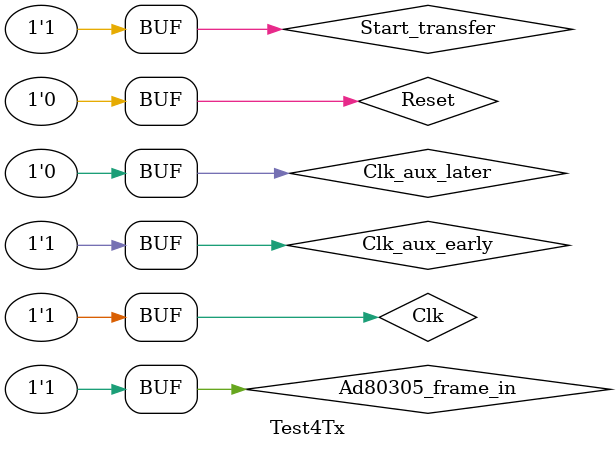
<source format=v>
`timescale 1ns / 1ps


module Test4Tx(

    );
/* Input */
// Rx   
reg         Clk;
reg         Reset;
reg         Start_transfer;
reg         Ad80305_clk_in;
reg         Ad80305_frame_in;
reg  [11:0] Ad80305_data_in;
        
// Tx
reg  [11:0] Data_out_i;             //* I signal which will be be sent to AD80305
reg  [11:0] Data_out_q;             //* Q signal which will be be sent to AD80305    
            
/* Outputs */
// Rx
wire [11:0] Data_in_i;
wire [11:0] Data_in_q;
        
// Tx
wire        Ad80305_clk_out;        //* Correspond to AD80305 "FB_CLK" interface
wire        Ad80305_frame_out;      //* Correspond to AD80305 "TX_FRAME" interface
wire [11:0] Ad80305_data_out;        //* Correspond to AD80305 "P1_D[11:0]" interface
        
/* Counter */
reg         Clk_aux_early;
reg         Clk_aux_later;
reg  [11:0] counter_data_in;
    
/* Initail for Clk & Reset */
initial begin
/* Initialize Inputs */
// Rx
    Clk = 0;
    Reset = 0;
    Start_transfer = 0;
    Ad80305_clk_in = 0;
    Ad80305_frame_in = 0;
    Ad80305_data_in = 12'b0;
// Tx
    Data_out_i = 12'b0;
    Data_out_q = 12'b0;
                   
// Other
    Clk_aux_early = 0;
    Clk_aux_later = 0;
    counter_data_in = 12'b0;             
       
// Wait 100 ns for global reset to finish
    #100;
                   
    Reset = 1;
    #100 Reset = 0;
    #100 Start_transfer = 1;                     
end
        
always begin
    #2.5 Clk_aux_early = 0;
    #2.5 Clk_aux_early = 1;
end
        
always begin
    #2.5 Clk_aux_later = 1;
    #2.5 Clk_aux_later = 0;
end
        
always @ ( posedge Clk_aux_later )
begin
    Ad80305_clk_in = ~Ad80305_clk_in;
end

always begin
    #5 Clk = 0;
    #5 Clk = 1;
end
    
always begin
    #5 Ad80305_frame_in = 0;
    #5 Ad80305_frame_in = 1;
end
                
always @ ( posedge Clk_aux_early )
begin
    counter_data_in = counter_data_in + 12'd1;
end
        
always @ ( posedge Clk_aux_early )
begin
    Ad80305_data_in <= counter_data_in;
end
        
AD80305_DATA_INTF_RX    U_DATA_INTF_RX
(
            .Clk                ( Clk               ),
            .Reset              ( Reset             ),
            .Start_transfer     ( Start_transfer    ),
            .Ad80305_clk_in     ( Ad80305_clk_in    ),         //* Correspond to AD80305 "DATA_CLK" interface
            .Ad80305_frame_in   ( Ad80305_frame_in  ),       //* Correspond to AD80305 "RX_FRAME" interface
            .Ad80305_data_in    ( Ad80305_data_in   ),        //* Correspond to AD80305 "P0_D[11:0]" interface
        
            .Clk_out            (                   ),
            .Data_in_i          ( Data_in_i         ),              //* I signal which comes from AD80305
            .Data_in_q          ( Data_in_q         )               //* Q signal which comes from AD80305
);
         
always @ ( posedge Clk )
begin
    Data_out_i <= Data_in_i;
end
         
always @ ( posedge Clk )
begin
    Data_out_q <= Data_in_q;
end
             
AD80305_DATA_INTF_TX   U_DATA_INTF_TX
(
            .Clk                ( Clk               ),
            .Reset              ( Reset             ),
            .Data_out_i         ( Data_out_i        ),             //* I signal which will be be sent to AD80305
            .Data_out_q         ( Data_out_q        ),             //* Q signal which will be be sent to AD80305    
            
            .Ad80305_clk_out    ( Ad80305_clk_out   ),        //* Correspond to AD80305 "FB_CLK" interface
            .Ad80305_frame_out  ( Ad80305_frame_out ),      //* Correspond to AD80305 "TX_FRAME" interface
            .Ad80305_data_out   ( Ad80305_data_out  )        //* Correspond to AD80305 "P1_D[11:0]" interface
);
        
endmodule

</source>
